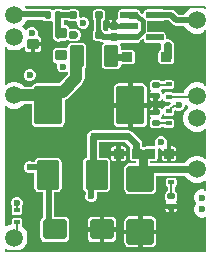
<source format=gtl>
G04*
G04 #@! TF.GenerationSoftware,Altium Limited,Altium Designer,22.11.1 (43)*
G04*
G04 Layer_Physical_Order=1*
G04 Layer_Color=255*
%FSLAX25Y25*%
%MOIN*%
G70*
G04*
G04 #@! TF.SameCoordinates,683A0FC4-7175-4C87-8096-D6AA43BD3DFC*
G04*
G04*
G04 #@! TF.FilePolarity,Positive*
G04*
G01*
G75*
%ADD12C,0.00787*%
%ADD15C,0.01968*%
%ADD16C,0.01575*%
G04:AMPARAMS|DCode=19|XSize=74.8mil|YSize=98.43mil|CornerRadius=7.48mil|HoleSize=0mil|Usage=FLASHONLY|Rotation=0.000|XOffset=0mil|YOffset=0mil|HoleType=Round|Shape=RoundedRectangle|*
%AMROUNDEDRECTD19*
21,1,0.07480,0.08346,0,0,0.0*
21,1,0.05984,0.09843,0,0,0.0*
1,1,0.01496,0.02992,-0.04173*
1,1,0.01496,-0.02992,-0.04173*
1,1,0.01496,-0.02992,0.04173*
1,1,0.01496,0.02992,0.04173*
%
%ADD19ROUNDEDRECTD19*%
G04:AMPARAMS|DCode=20|XSize=86.61mil|YSize=90.55mil|CornerRadius=8.66mil|HoleSize=0mil|Usage=FLASHONLY|Rotation=270.000|XOffset=0mil|YOffset=0mil|HoleType=Round|Shape=RoundedRectangle|*
%AMROUNDEDRECTD20*
21,1,0.08661,0.07323,0,0,270.0*
21,1,0.06929,0.09055,0,0,270.0*
1,1,0.01732,-0.03661,-0.03465*
1,1,0.01732,-0.03661,0.03465*
1,1,0.01732,0.03661,0.03465*
1,1,0.01732,0.03661,-0.03465*
%
%ADD20ROUNDEDRECTD20*%
G04:AMPARAMS|DCode=21|XSize=78.74mil|YSize=66.93mil|CornerRadius=6.69mil|HoleSize=0mil|Usage=FLASHONLY|Rotation=180.000|XOffset=0mil|YOffset=0mil|HoleType=Round|Shape=RoundedRectangle|*
%AMROUNDEDRECTD21*
21,1,0.07874,0.05354,0,0,180.0*
21,1,0.06535,0.06693,0,0,180.0*
1,1,0.01339,-0.03268,0.02677*
1,1,0.01339,0.03268,0.02677*
1,1,0.01339,0.03268,-0.02677*
1,1,0.01339,-0.03268,-0.02677*
%
%ADD21ROUNDEDRECTD21*%
G04:AMPARAMS|DCode=22|XSize=35.43mil|YSize=37.4mil|CornerRadius=3.54mil|HoleSize=0mil|Usage=FLASHONLY|Rotation=90.000|XOffset=0mil|YOffset=0mil|HoleType=Round|Shape=RoundedRectangle|*
%AMROUNDEDRECTD22*
21,1,0.03543,0.03032,0,0,90.0*
21,1,0.02835,0.03740,0,0,90.0*
1,1,0.00709,0.01516,0.01417*
1,1,0.00709,0.01516,-0.01417*
1,1,0.00709,-0.01516,-0.01417*
1,1,0.00709,-0.01516,0.01417*
%
%ADD22ROUNDEDRECTD22*%
G04:AMPARAMS|DCode=23|XSize=35.43mil|YSize=37.4mil|CornerRadius=3.54mil|HoleSize=0mil|Usage=FLASHONLY|Rotation=90.000|XOffset=0mil|YOffset=0mil|HoleType=Round|Shape=RoundedRectangle|*
%AMROUNDEDRECTD23*
21,1,0.03543,0.03032,0,0,90.0*
21,1,0.02835,0.03740,0,0,90.0*
1,1,0.00709,0.01516,0.01417*
1,1,0.00709,0.01516,-0.01417*
1,1,0.00709,-0.01516,-0.01417*
1,1,0.00709,-0.01516,0.01417*
%
%ADD23ROUNDEDRECTD23*%
G04:AMPARAMS|DCode=24|XSize=21.65mil|YSize=57.09mil|CornerRadius=2.17mil|HoleSize=0mil|Usage=FLASHONLY|Rotation=270.000|XOffset=0mil|YOffset=0mil|HoleType=Round|Shape=RoundedRectangle|*
%AMROUNDEDRECTD24*
21,1,0.02165,0.05276,0,0,270.0*
21,1,0.01732,0.05709,0,0,270.0*
1,1,0.00433,-0.02638,-0.00866*
1,1,0.00433,-0.02638,0.00866*
1,1,0.00433,0.02638,0.00866*
1,1,0.00433,0.02638,-0.00866*
%
%ADD24ROUNDEDRECTD24*%
G04:AMPARAMS|DCode=25|XSize=21.65mil|YSize=57.09mil|CornerRadius=2.17mil|HoleSize=0mil|Usage=FLASHONLY|Rotation=270.000|XOffset=0mil|YOffset=0mil|HoleType=Round|Shape=RoundedRectangle|*
%AMROUNDEDRECTD25*
21,1,0.02165,0.05276,0,0,270.0*
21,1,0.01732,0.05709,0,0,270.0*
1,1,0.00433,-0.02638,-0.00866*
1,1,0.00433,-0.02638,0.00866*
1,1,0.00433,0.02638,0.00866*
1,1,0.00433,0.02638,-0.00866*
%
%ADD25ROUNDEDRECTD25*%
G04:AMPARAMS|DCode=26|XSize=35.83mil|YSize=33.47mil|CornerRadius=3.35mil|HoleSize=0mil|Usage=FLASHONLY|Rotation=0.000|XOffset=0mil|YOffset=0mil|HoleType=Round|Shape=RoundedRectangle|*
%AMROUNDEDRECTD26*
21,1,0.03583,0.02677,0,0,0.0*
21,1,0.02913,0.03347,0,0,0.0*
1,1,0.00669,0.01457,-0.01339*
1,1,0.00669,-0.01457,-0.01339*
1,1,0.00669,-0.01457,0.01339*
1,1,0.00669,0.01457,0.01339*
%
%ADD26ROUNDEDRECTD26*%
G04:AMPARAMS|DCode=27|XSize=94.49mil|YSize=129.92mil|CornerRadius=9.45mil|HoleSize=0mil|Usage=FLASHONLY|Rotation=0.000|XOffset=0mil|YOffset=0mil|HoleType=Round|Shape=RoundedRectangle|*
%AMROUNDEDRECTD27*
21,1,0.09449,0.11102,0,0,0.0*
21,1,0.07559,0.12992,0,0,0.0*
1,1,0.01890,0.03780,-0.05551*
1,1,0.01890,-0.03780,-0.05551*
1,1,0.01890,-0.03780,0.05551*
1,1,0.01890,0.03780,0.05551*
%
%ADD27ROUNDEDRECTD27*%
G04:AMPARAMS|DCode=28|XSize=70.87mil|YSize=45.28mil|CornerRadius=4.53mil|HoleSize=0mil|Usage=FLASHONLY|Rotation=90.000|XOffset=0mil|YOffset=0mil|HoleType=Round|Shape=RoundedRectangle|*
%AMROUNDEDRECTD28*
21,1,0.07087,0.03622,0,0,90.0*
21,1,0.06181,0.04528,0,0,90.0*
1,1,0.00906,0.01811,0.03091*
1,1,0.00906,0.01811,-0.03091*
1,1,0.00906,-0.01811,-0.03091*
1,1,0.00906,-0.01811,0.03091*
%
%ADD28ROUNDEDRECTD28*%
G04:AMPARAMS|DCode=29|XSize=33.47mil|YSize=33.47mil|CornerRadius=3.35mil|HoleSize=0mil|Usage=FLASHONLY|Rotation=0.000|XOffset=0mil|YOffset=0mil|HoleType=Round|Shape=RoundedRectangle|*
%AMROUNDEDRECTD29*
21,1,0.03347,0.02677,0,0,0.0*
21,1,0.02677,0.03347,0,0,0.0*
1,1,0.00669,0.01339,-0.01339*
1,1,0.00669,-0.01339,-0.01339*
1,1,0.00669,-0.01339,0.01339*
1,1,0.00669,0.01339,0.01339*
%
%ADD29ROUNDEDRECTD29*%
G04:AMPARAMS|DCode=30|XSize=15.75mil|YSize=19.68mil|CornerRadius=1.58mil|HoleSize=0mil|Usage=FLASHONLY|Rotation=270.000|XOffset=0mil|YOffset=0mil|HoleType=Round|Shape=RoundedRectangle|*
%AMROUNDEDRECTD30*
21,1,0.01575,0.01654,0,0,270.0*
21,1,0.01260,0.01968,0,0,270.0*
1,1,0.00315,-0.00827,-0.00630*
1,1,0.00315,-0.00827,0.00630*
1,1,0.00315,0.00827,0.00630*
1,1,0.00315,0.00827,-0.00630*
%
%ADD30ROUNDEDRECTD30*%
G04:AMPARAMS|DCode=31|XSize=23.62mil|YSize=23.62mil|CornerRadius=2.36mil|HoleSize=0mil|Usage=FLASHONLY|Rotation=90.000|XOffset=0mil|YOffset=0mil|HoleType=Round|Shape=RoundedRectangle|*
%AMROUNDEDRECTD31*
21,1,0.02362,0.01890,0,0,90.0*
21,1,0.01890,0.02362,0,0,90.0*
1,1,0.00472,0.00945,0.00945*
1,1,0.00472,0.00945,-0.00945*
1,1,0.00472,-0.00945,-0.00945*
1,1,0.00472,-0.00945,0.00945*
%
%ADD31ROUNDEDRECTD31*%
G04:AMPARAMS|DCode=32|XSize=19.68mil|YSize=23.62mil|CornerRadius=1.97mil|HoleSize=0mil|Usage=FLASHONLY|Rotation=0.000|XOffset=0mil|YOffset=0mil|HoleType=Round|Shape=RoundedRectangle|*
%AMROUNDEDRECTD32*
21,1,0.01968,0.01968,0,0,0.0*
21,1,0.01575,0.02362,0,0,0.0*
1,1,0.00394,0.00787,-0.00984*
1,1,0.00394,-0.00787,-0.00984*
1,1,0.00394,-0.00787,0.00984*
1,1,0.00394,0.00787,0.00984*
%
%ADD32ROUNDEDRECTD32*%
G04:AMPARAMS|DCode=33|XSize=19.68mil|YSize=23.62mil|CornerRadius=1.97mil|HoleSize=0mil|Usage=FLASHONLY|Rotation=270.000|XOffset=0mil|YOffset=0mil|HoleType=Round|Shape=RoundedRectangle|*
%AMROUNDEDRECTD33*
21,1,0.01968,0.01968,0,0,270.0*
21,1,0.01575,0.02362,0,0,270.0*
1,1,0.00394,-0.00984,-0.00787*
1,1,0.00394,-0.00984,0.00787*
1,1,0.00394,0.00984,0.00787*
1,1,0.00394,0.00984,-0.00787*
%
%ADD33ROUNDEDRECTD33*%
%ADD51O,0.00787X0.05906*%
%ADD52O,0.00787X0.03937*%
%ADD53O,0.00787X0.40158*%
%ADD54O,0.66929X0.00787*%
%ADD55O,0.00787X0.18898*%
%ADD56O,0.00787X0.10236*%
%ADD57O,0.00787X0.12992*%
%ADD58O,0.60630X0.00787*%
%ADD59O,0.00787X0.01181*%
%ADD60C,0.02362*%
%ADD61C,0.03150*%
%ADD62C,0.03937*%
%ADD63C,0.02756*%
%ADD64C,0.02362*%
%ADD65C,0.05906*%
G36*
X62081Y81299D02*
X61196Y80788D01*
X60353Y79945D01*
X59791Y78972D01*
X57833D01*
X56590Y80214D01*
X56004Y80606D01*
X55313Y80743D01*
X52933D01*
X52925Y80749D01*
X52533Y80827D01*
X47257D01*
X46866Y80749D01*
X46534Y80527D01*
X46312Y80195D01*
X46234Y79803D01*
Y79473D01*
X45688Y79247D01*
X45158Y79777D01*
X45088Y79824D01*
X45014Y80195D01*
X44792Y80527D01*
X44460Y80749D01*
X44068Y80827D01*
X38793D01*
X38401Y80749D01*
X38069Y80527D01*
X37847Y80195D01*
X37769Y79803D01*
Y78071D01*
X37800Y77914D01*
X37401Y77446D01*
X37343Y77416D01*
X37257Y77433D01*
X37100D01*
Y75444D01*
X36313D01*
Y74657D01*
X34324D01*
Y74499D01*
X34403Y74100D01*
X34087Y73510D01*
X33435D01*
X33212Y73733D01*
X33208Y73753D01*
X32982Y74092D01*
X32714Y74271D01*
Y76945D01*
X32982Y77124D01*
X33208Y77462D01*
X33288Y77861D01*
Y79751D01*
X33208Y80151D01*
X32982Y80489D01*
X32643Y80716D01*
X32244Y80795D01*
X30354D01*
X29955Y80716D01*
X29616Y80489D01*
X29390Y80151D01*
X29311Y79751D01*
Y77861D01*
X29390Y77462D01*
X29503Y77293D01*
Y73922D01*
X29390Y73753D01*
X29311Y73354D01*
Y71464D01*
X29390Y71065D01*
X29616Y70726D01*
X29955Y70500D01*
X30354Y70420D01*
X31419D01*
X31995Y70035D01*
X32686Y69898D01*
X32724D01*
X32903Y69307D01*
X32756Y69208D01*
X32481Y68798D01*
X32385Y68314D01*
Y62133D01*
X32481Y61649D01*
X32756Y61239D01*
X33166Y60965D01*
X33650Y60869D01*
X37272D01*
X37756Y60965D01*
X38166Y61239D01*
X38440Y61649D01*
X38521Y62057D01*
X38603Y62173D01*
X39127Y62487D01*
X39298Y62453D01*
X42211D01*
X42649Y62540D01*
X43020Y62788D01*
X43268Y63159D01*
X43355Y63597D01*
Y66274D01*
X43268Y66712D01*
X43020Y67083D01*
X42649Y67331D01*
X42211Y67418D01*
X39298D01*
X39127Y67384D01*
X38536Y67771D01*
Y68314D01*
X38440Y68798D01*
X38248Y69085D01*
X38254Y69119D01*
X38507Y69569D01*
X38550Y69615D01*
X38793Y69567D01*
X44068D01*
X44460Y69645D01*
X44792Y69867D01*
X45014Y70199D01*
X45071Y70483D01*
X45271Y70617D01*
X45688Y71034D01*
X46234Y70808D01*
Y70591D01*
X46312Y70199D01*
X46534Y69867D01*
X46866Y69645D01*
X47257Y69567D01*
X51653D01*
X52027Y69110D01*
X51952Y68732D01*
Y67351D01*
X51852Y67331D01*
X51481Y67083D01*
X51233Y66712D01*
X51146Y66274D01*
Y63597D01*
X51233Y63159D01*
X51481Y62788D01*
X51852Y62540D01*
X52290Y62453D01*
X55203D01*
X55641Y62540D01*
X56012Y62788D01*
X56260Y63159D01*
X56347Y63597D01*
Y64853D01*
X56368Y64955D01*
Y68732D01*
X56200Y69577D01*
X55721Y70293D01*
X55005Y70772D01*
X54160Y70940D01*
X54013Y70911D01*
X53557Y71285D01*
Y72323D01*
X53479Y72715D01*
X53257Y73047D01*
X52925Y73269D01*
X52533Y73347D01*
X47572D01*
X47465Y73477D01*
Y76805D01*
X47465Y76805D01*
X47664Y77047D01*
X52533D01*
X52925Y77125D01*
X52933Y77131D01*
X54565D01*
X55807Y75888D01*
X56393Y75497D01*
X57085Y75359D01*
X59791D01*
X60353Y74385D01*
X61196Y73542D01*
X62229Y72946D01*
X63380Y72638D01*
X64572D01*
X65724Y72946D01*
X66339Y73301D01*
X66929Y72960D01*
Y56174D01*
X66339Y55833D01*
X65724Y56187D01*
X64572Y56496D01*
X63380D01*
X62229Y56187D01*
X61196Y55591D01*
X60353Y54748D01*
X59757Y53716D01*
X59520Y52831D01*
X56127D01*
X56032Y52973D01*
X55719Y53182D01*
X55351Y53255D01*
X53697D01*
X53329Y53182D01*
X53016Y52973D01*
X52845Y52716D01*
X52803Y52714D01*
X52254Y52843D01*
X52178Y53227D01*
X51960Y53552D01*
Y53944D01*
X52409Y54444D01*
X53077D01*
X53329Y54276D01*
X53697Y54202D01*
X55351D01*
X55719Y54276D01*
X56032Y54484D01*
X56241Y54797D01*
X56314Y55166D01*
Y56425D01*
X56241Y56794D01*
X56032Y57107D01*
X55719Y57315D01*
X55351Y57389D01*
X53697D01*
X53329Y57315D01*
X53016Y57107D01*
X52846Y56852D01*
X52123D01*
X51960Y57096D01*
X51635Y57313D01*
X51251Y57390D01*
X49282D01*
X48898Y57313D01*
X48572Y57096D01*
X48355Y56770D01*
X48279Y56386D01*
Y54811D01*
X48355Y54427D01*
X48572Y54102D01*
Y53552D01*
X48355Y53227D01*
X48279Y52843D01*
D01*
X50266D01*
Y52055D01*
X51054D01*
Y50264D01*
X51251D01*
X51635Y50341D01*
X51960Y50558D01*
X52165Y50865D01*
X52253Y50879D01*
X52772Y50842D01*
X52807Y50663D01*
X53016Y50350D01*
X53329Y50142D01*
X53697Y50068D01*
X55137D01*
X55143Y50062D01*
X55350Y49478D01*
X54414Y48542D01*
X53697D01*
X53329Y48469D01*
X53016Y48260D01*
X52807Y47947D01*
X52772Y47768D01*
X52253Y47732D01*
X52165Y47746D01*
X51960Y48052D01*
X51635Y48270D01*
X51251Y48346D01*
X51054D01*
Y46555D01*
X50266D01*
Y45768D01*
X48279D01*
X48355Y45384D01*
X48572Y45058D01*
Y44509D01*
X48355Y44183D01*
X48279Y43799D01*
Y42224D01*
X48355Y41840D01*
X48572Y41515D01*
X48898Y41297D01*
X49282Y41221D01*
X51251D01*
X51635Y41297D01*
X51960Y41515D01*
X52090Y41709D01*
X52879D01*
X53016Y41504D01*
X53329Y41295D01*
X53697Y41222D01*
X55351D01*
X55719Y41295D01*
X56032Y41504D01*
X56241Y41816D01*
X56314Y42185D01*
Y43445D01*
X56241Y43813D01*
X56032Y44126D01*
X55719Y44335D01*
X55351Y44408D01*
X53697D01*
X53329Y44335D01*
X53016Y44126D01*
X53010Y44118D01*
X52191D01*
X52178Y44183D01*
X51960Y44509D01*
Y45058D01*
X52178Y45384D01*
X52254Y45768D01*
X52803Y45897D01*
X52845Y45894D01*
X53016Y45638D01*
X53329Y45429D01*
X53697Y45355D01*
X55351D01*
X55719Y45429D01*
X56032Y45638D01*
X56241Y45950D01*
X56314Y46319D01*
Y46957D01*
X56643Y47245D01*
X56779Y47339D01*
X57482Y47047D01*
X58266D01*
X58989Y47347D01*
X59543Y47901D01*
X59842Y48624D01*
Y48893D01*
X60109Y49047D01*
X60433Y49109D01*
X60913Y48629D01*
X61132Y48228D01*
X60913Y47827D01*
X60353Y47268D01*
X59757Y46236D01*
X59449Y45084D01*
Y43892D01*
X59757Y42741D01*
X60353Y41708D01*
X61196Y40865D01*
X62229Y40269D01*
X63380Y39961D01*
X64572D01*
X65724Y40269D01*
X66339Y40624D01*
X66929Y40283D01*
Y31764D01*
X66339Y31423D01*
X65724Y31778D01*
X64572Y32087D01*
X63380D01*
X62229Y31778D01*
X61196Y31182D01*
X60353Y30339D01*
X59846Y29461D01*
X49025D01*
X48740Y29517D01*
X48398D01*
Y30195D01*
X49764D01*
X50202Y30282D01*
X50573Y30530D01*
X50821Y30901D01*
X50908Y31339D01*
Y34016D01*
X50870Y34209D01*
X51345Y34651D01*
X51633Y34532D01*
X51664D01*
X52163Y34016D01*
Y33465D01*
X53858D01*
Y35730D01*
X53844Y35750D01*
X53993Y36109D01*
Y36892D01*
X53693Y37615D01*
X53139Y38169D01*
X52416Y38469D01*
X51633D01*
X50909Y38169D01*
X50355Y37615D01*
X50056Y36892D01*
Y36109D01*
X50238Y35667D01*
X49820Y35149D01*
X49764Y35160D01*
X47087D01*
X46714Y35086D01*
X45766D01*
X45761Y35087D01*
Y35813D01*
X45608Y36581D01*
X45173Y37232D01*
X42403Y40002D01*
X41752Y40437D01*
X40984Y40590D01*
X29550D01*
X29240Y40528D01*
X29135D01*
X29038Y40488D01*
X28782Y40437D01*
X28564Y40292D01*
X28412Y40228D01*
X28295Y40112D01*
X28130Y40002D01*
X27907Y39779D01*
X27472Y39127D01*
X27319Y38359D01*
Y31289D01*
X26921Y31210D01*
X26413Y30871D01*
X26073Y30363D01*
X25954Y29764D01*
Y21417D01*
X26073Y20818D01*
X26413Y20310D01*
X26921Y19971D01*
X26934Y19968D01*
Y19287D01*
X26772Y18895D01*
Y18112D01*
X27071Y17389D01*
X27625Y16835D01*
X28349Y16535D01*
X29132D01*
X29855Y16835D01*
X30409Y17389D01*
X30709Y18112D01*
Y18895D01*
X30547Y19287D01*
Y19852D01*
X33504D01*
X34103Y19971D01*
X34611Y20310D01*
X34950Y20818D01*
X35069Y21417D01*
Y29764D01*
X34950Y30363D01*
X34611Y30871D01*
X34103Y31210D01*
X33504Y31329D01*
X31334D01*
Y36576D01*
X40153D01*
X41747Y34982D01*
Y34584D01*
X41660Y34454D01*
X41572Y34016D01*
Y31339D01*
X41660Y30901D01*
X41908Y30530D01*
X42279Y30282D01*
X42717Y30195D01*
X43581D01*
Y29517D01*
X41417D01*
X40772Y29389D01*
X40225Y29024D01*
X39860Y28477D01*
X39731Y27831D01*
Y20902D01*
X39860Y20257D01*
X40225Y19710D01*
X40772Y19345D01*
X41417Y19216D01*
X48740D01*
X49385Y19345D01*
X49932Y19710D01*
X50298Y20257D01*
X50426Y20902D01*
Y25447D01*
X59968D01*
X60353Y24779D01*
X61196Y23936D01*
X62229Y23340D01*
X63380Y23031D01*
X64572D01*
X65724Y23340D01*
X66339Y23695D01*
X66929Y23354D01*
Y21258D01*
X66339Y20805D01*
X66111Y20866D01*
X65385D01*
X64684Y20678D01*
X64056Y20315D01*
X63543Y19802D01*
X63180Y19174D01*
X62992Y18473D01*
Y17747D01*
X63180Y17047D01*
X63543Y16418D01*
X63819Y16142D01*
X63543Y15865D01*
X63180Y15237D01*
X62992Y14536D01*
Y13810D01*
X63180Y13110D01*
X63543Y12481D01*
X64056Y11968D01*
X64684Y11605D01*
X65385Y11417D01*
X66111D01*
X66339Y11478D01*
X66929Y11025D01*
Y0D01*
X5006D01*
X4848Y591D01*
X5733Y1101D01*
X6576Y1944D01*
X7172Y2977D01*
X7480Y4128D01*
Y5320D01*
X7172Y6472D01*
X6576Y7504D01*
X5733Y8347D01*
X5644Y8727D01*
X5686Y8789D01*
X5759Y9158D01*
Y10418D01*
X5686Y10786D01*
X5477Y11099D01*
X5164Y11308D01*
X4795Y11381D01*
X3142D01*
X2773Y11308D01*
X2461Y11099D01*
X2252Y10786D01*
X2179Y10418D01*
Y9204D01*
X1205Y8943D01*
X591Y8589D01*
X0Y8929D01*
Y47960D01*
X591Y48301D01*
X1205Y47946D01*
X2357Y47638D01*
X3549D01*
X4700Y47946D01*
X5733Y48542D01*
X6576Y49385D01*
X6576Y49386D01*
X8844D01*
Y43268D01*
X8979Y42592D01*
X9361Y42019D01*
X9934Y41636D01*
X10610Y41502D01*
X18169D01*
X18845Y41636D01*
X19418Y42019D01*
X19801Y42592D01*
X19936Y43268D01*
Y50681D01*
X20560Y50939D01*
X21136Y51381D01*
X25714Y55959D01*
X26155Y56534D01*
X26433Y57205D01*
X26528Y57924D01*
Y61092D01*
X26748Y61239D01*
X27023Y61649D01*
X27119Y62133D01*
Y68314D01*
X27023Y68798D01*
X26748Y69208D01*
X26338Y69482D01*
X25854Y69579D01*
X22232D01*
X21748Y69482D01*
X21338Y69208D01*
X21064Y68798D01*
X20991Y68431D01*
X20843Y68287D01*
X20718Y68201D01*
X20377Y68046D01*
X20112Y68099D01*
X17080D01*
X16635Y68010D01*
X16257Y67758D01*
X16005Y67380D01*
X15916Y66935D01*
Y64100D01*
X16005Y63655D01*
X16257Y63277D01*
X16635Y63025D01*
X17080Y62936D01*
X17094D01*
X17489Y62346D01*
X17415Y62169D01*
Y61386D01*
X17715Y60663D01*
X18269Y60109D01*
X18992Y59809D01*
X19775D01*
X20378Y60058D01*
X20968Y59807D01*
Y59076D01*
X18029Y56136D01*
X10610D01*
X9934Y56002D01*
X9361Y55619D01*
X8979Y55046D01*
X8958Y54945D01*
X6576D01*
X6576Y54945D01*
X5733Y55788D01*
X4700Y56384D01*
X3549Y56693D01*
X2357D01*
X1205Y56384D01*
X591Y56029D01*
X0Y56371D01*
Y67448D01*
X591Y67789D01*
X1205Y67435D01*
X2357Y67126D01*
X3549D01*
X4700Y67435D01*
X5733Y68031D01*
X6074Y68372D01*
X6664Y68127D01*
Y67840D01*
X6753Y67395D01*
X7005Y67017D01*
X7383Y66765D01*
X7828Y66676D01*
X8557D01*
Y69258D01*
X9344D01*
Y70045D01*
X12024D01*
Y70675D01*
X11935Y71121D01*
X11683Y71498D01*
X11305Y71751D01*
X11288Y71754D01*
X10919Y72407D01*
X11001Y72606D01*
Y73390D01*
X10702Y74113D01*
X10148Y74667D01*
X9425Y74967D01*
X8641D01*
X7918Y74667D01*
X7414Y74163D01*
X7097Y74096D01*
X6783Y74075D01*
X6576Y74433D01*
X6106Y74904D01*
X5750Y75295D01*
X6106Y75687D01*
X6576Y76157D01*
X7172Y77189D01*
X7209Y77328D01*
X12712D01*
X12768Y77243D01*
X13094Y77026D01*
X13478Y76949D01*
X15053D01*
X15412Y77021D01*
X15441Y77023D01*
X16002Y76693D01*
Y74848D01*
X15916Y74415D01*
Y71581D01*
X16005Y71135D01*
X16257Y70758D01*
X16489Y70602D01*
X16531Y70540D01*
X17117Y70148D01*
X17809Y70011D01*
X18500Y70148D01*
X18902Y70417D01*
X20112D01*
X20557Y70505D01*
X20903Y70736D01*
X20955Y70726D01*
X21294Y70500D01*
X21693Y70420D01*
X22632D01*
X23013Y70262D01*
X23796D01*
X24520Y70562D01*
X25074Y71116D01*
X25373Y71839D01*
Y72622D01*
X25074Y73346D01*
X24520Y73900D01*
X24422Y73940D01*
X24321Y74092D01*
X23982Y74318D01*
X23583Y74397D01*
X21693D01*
X21276Y74415D01*
X21187Y74861D01*
X20935Y75239D01*
X20557Y75491D01*
X20112Y75579D01*
X19615D01*
Y77131D01*
X20950D01*
X20955Y77124D01*
X21294Y76897D01*
X21693Y76818D01*
X23540D01*
X23601Y76800D01*
X24086Y76316D01*
Y75871D01*
X24386Y75147D01*
X24939Y74594D01*
X25663Y74294D01*
X26446D01*
X27169Y74594D01*
X27723Y75147D01*
X28023Y75871D01*
Y76654D01*
X27723Y77378D01*
X27169Y77931D01*
X26446Y78231D01*
X25663D01*
X25217Y78046D01*
X24629Y78389D01*
X24626Y78392D01*
Y79751D01*
X24547Y80151D01*
X24321Y80489D01*
X23982Y80716D01*
X23583Y80795D01*
X21693D01*
X21433Y80743D01*
X19137D01*
X18980Y80848D01*
X18596Y80925D01*
X17021D01*
X16637Y80848D01*
X16312Y80631D01*
X15762D01*
X15437Y80848D01*
X15053Y80925D01*
X14343D01*
X14265Y80940D01*
X7245D01*
X7000Y81364D01*
X7304Y81890D01*
X61923D01*
X62081Y81299D01*
D02*
G37*
%LPC*%
G36*
X35525Y77433D02*
X35368D01*
X34968Y77353D01*
X34630Y77127D01*
X34403Y76789D01*
X34324Y76389D01*
Y76232D01*
X35525D01*
Y77433D01*
D02*
G37*
G36*
X12024Y68471D02*
X10131D01*
Y66676D01*
X10860D01*
X11305Y66765D01*
X11683Y67017D01*
X11935Y67395D01*
X12024Y67840D01*
Y68471D01*
D02*
G37*
G36*
X8659Y60830D02*
X7876D01*
X7153Y60530D01*
X6599Y59976D01*
X6299Y59253D01*
Y58469D01*
X6599Y57746D01*
X7153Y57192D01*
X7876Y56893D01*
X8659D01*
X9383Y57192D01*
X9937Y57746D01*
X10236Y58469D01*
Y59253D01*
X9937Y59976D01*
X9383Y60530D01*
X8659Y60830D01*
D02*
G37*
G36*
X49479Y51268D02*
X48279D01*
X48355Y50884D01*
X48572Y50558D01*
X48898Y50341D01*
X49282Y50264D01*
X49479D01*
Y51268D01*
D02*
G37*
G36*
X45531Y56136D02*
X42539D01*
Y49606D01*
X47298D01*
Y54370D01*
X47163Y55046D01*
X46780Y55619D01*
X46207Y56002D01*
X45531Y56136D01*
D02*
G37*
G36*
X40965D02*
X37972D01*
X37297Y56002D01*
X36724Y55619D01*
X36341Y55046D01*
X36206Y54370D01*
Y49606D01*
X40965D01*
Y56136D01*
D02*
G37*
G36*
X49479Y48346D02*
X49282D01*
X48898Y48270D01*
X48572Y48052D01*
X48355Y47727D01*
X48279Y47343D01*
D01*
X49479D01*
Y48346D01*
D02*
G37*
G36*
X47298Y48031D02*
X42539D01*
Y41502D01*
X45531D01*
X46207Y41636D01*
X46780Y42019D01*
X47163Y42592D01*
X47298Y43268D01*
Y48031D01*
D02*
G37*
G36*
X40965D02*
X36206D01*
Y43268D01*
X36341Y42592D01*
X36724Y42019D01*
X37297Y41636D01*
X37972Y41502D01*
X40965D01*
Y48031D01*
D02*
G37*
G36*
X39173Y35160D02*
X38622D01*
Y33465D01*
X40317D01*
Y34016D01*
X40230Y34454D01*
X39982Y34825D01*
X39611Y35073D01*
X39173Y35160D01*
D02*
G37*
G36*
X55984D02*
X55433D01*
Y33465D01*
X57128D01*
Y34016D01*
X57041Y34454D01*
X56793Y34825D01*
X56422Y35073D01*
X55984Y35160D01*
D02*
G37*
G36*
X37047D02*
X36496D01*
X36058Y35073D01*
X35687Y34825D01*
X35439Y34454D01*
X35352Y34016D01*
Y33465D01*
X37047D01*
Y35160D01*
D02*
G37*
G36*
X57128Y31890D02*
X55433D01*
Y30195D01*
X55984D01*
X56422Y30282D01*
X56793Y30530D01*
X57041Y30901D01*
X57128Y31339D01*
Y31890D01*
D02*
G37*
G36*
X53858D02*
X52163D01*
Y31339D01*
X52250Y30901D01*
X52498Y30530D01*
X52869Y30282D01*
X53307Y30195D01*
X53858D01*
Y31890D01*
D02*
G37*
G36*
X40317D02*
X38622D01*
Y30195D01*
X39173D01*
X39611Y30282D01*
X39982Y30530D01*
X40230Y30901D01*
X40317Y31339D01*
Y31890D01*
D02*
G37*
G36*
X37047D02*
X35352D01*
Y31339D01*
X35439Y30901D01*
X35687Y30530D01*
X36058Y30282D01*
X36496Y30195D01*
X37047D01*
Y31890D01*
D02*
G37*
G36*
X17362Y31329D02*
X11378D01*
X10779Y31210D01*
X10271Y30871D01*
X9932Y30363D01*
X9851Y29958D01*
X9051D01*
X8659Y30120D01*
X7876D01*
X7153Y29820D01*
X6599Y29266D01*
X6299Y28543D01*
Y27760D01*
X6599Y27036D01*
X7153Y26482D01*
X7876Y26183D01*
X8659D01*
X9051Y26345D01*
X9812D01*
Y21417D01*
X9932Y20818D01*
X10271Y20310D01*
X10779Y19971D01*
X11378Y19852D01*
X12713D01*
Y11532D01*
X12699Y11530D01*
X12218Y11208D01*
X11896Y10726D01*
X11783Y10158D01*
Y4803D01*
X11896Y4235D01*
X12218Y3753D01*
X12699Y3431D01*
X13268Y3318D01*
X19803D01*
X20371Y3431D01*
X20853Y3753D01*
X21175Y4235D01*
X21288Y4803D01*
Y10158D01*
X21175Y10726D01*
X20853Y11208D01*
X20371Y11530D01*
X19803Y11643D01*
X16326D01*
Y19852D01*
X17362D01*
X17961Y19971D01*
X18469Y20310D01*
X18809Y20818D01*
X18928Y21417D01*
Y29764D01*
X18809Y30363D01*
X18469Y30871D01*
X17961Y31210D01*
X17362Y31329D01*
D02*
G37*
G36*
X56243Y24759D02*
X54590D01*
X54221Y24686D01*
X53908Y24477D01*
X53700Y24165D01*
X53626Y23796D01*
Y22536D01*
X53700Y22167D01*
X53908Y21855D01*
X54212Y21652D01*
Y20290D01*
X54048Y20257D01*
X53723Y20040D01*
X53505Y19714D01*
X53429Y19330D01*
Y17755D01*
X53505Y17371D01*
X53723Y17046D01*
Y16496D01*
X53505Y16171D01*
X53429Y15787D01*
D01*
X55416D01*
X57404D01*
X57328Y16171D01*
X57110Y16496D01*
Y17046D01*
X57328Y17371D01*
X57404Y17755D01*
Y19330D01*
X57328Y19714D01*
X57110Y20040D01*
X56785Y20257D01*
X56621Y20290D01*
Y21652D01*
X56924Y21855D01*
X57133Y22167D01*
X57207Y22536D01*
Y23796D01*
X57133Y24165D01*
X56924Y24477D01*
X56612Y24686D01*
X56243Y24759D01*
D02*
G37*
G36*
X57404Y14212D02*
X56204D01*
Y13208D01*
X56401D01*
X56785Y13285D01*
X57110Y13502D01*
X57328Y13828D01*
X57404Y14212D01*
D01*
D02*
G37*
G36*
X54629D02*
X53429D01*
X53505Y13828D01*
X53723Y13502D01*
X54048Y13285D01*
X54432Y13208D01*
X54629D01*
Y14212D01*
D02*
G37*
G36*
X4329Y18300D02*
X3545D01*
X2822Y18000D01*
X2268Y17447D01*
X1969Y16723D01*
Y15940D01*
X2268Y15217D01*
X2377Y15108D01*
X2252Y14920D01*
X2179Y14552D01*
Y13292D01*
X2252Y12923D01*
X2461Y12610D01*
X2773Y12402D01*
X3142Y12328D01*
X4795D01*
X5164Y12402D01*
X5477Y12610D01*
X5686Y12923D01*
X5759Y13292D01*
Y14552D01*
X5686Y14920D01*
X5535Y15146D01*
X5606Y15217D01*
X5906Y15940D01*
Y16723D01*
X5606Y17447D01*
X5052Y18000D01*
X4329Y18300D01*
D02*
G37*
G36*
X35551Y11643D02*
X33071D01*
Y8268D01*
X37036D01*
Y10158D01*
X36923Y10726D01*
X36601Y11208D01*
X36120Y11530D01*
X35551Y11643D01*
D02*
G37*
G36*
X31496D02*
X29016D01*
X28447Y11530D01*
X27966Y11208D01*
X27644Y10726D01*
X27531Y10158D01*
Y8268D01*
X31496D01*
Y11643D01*
D02*
G37*
G36*
X48740Y11801D02*
X45866D01*
Y7438D01*
X50426D01*
Y10115D01*
X50298Y10760D01*
X49932Y11307D01*
X49385Y11672D01*
X48740Y11801D01*
D02*
G37*
G36*
X44291D02*
X41417D01*
X40772Y11672D01*
X40225Y11307D01*
X39860Y10760D01*
X39731Y10115D01*
Y7438D01*
X44291D01*
Y11801D01*
D02*
G37*
G36*
X37036Y6693D02*
X33071D01*
Y3318D01*
X35551D01*
X36120Y3431D01*
X36601Y3753D01*
X36923Y4235D01*
X37036Y4803D01*
Y6693D01*
D02*
G37*
G36*
X31496D02*
X27531D01*
Y4803D01*
X27644Y4235D01*
X27966Y3753D01*
X28447Y3431D01*
X29016Y3318D01*
X31496D01*
Y6693D01*
D02*
G37*
G36*
X50426Y5863D02*
X45866D01*
Y1500D01*
X48740D01*
X49385Y1628D01*
X49932Y1994D01*
X50298Y2541D01*
X50426Y3186D01*
Y5863D01*
D02*
G37*
G36*
X44291D02*
X39731D01*
Y3186D01*
X39860Y2541D01*
X40225Y1994D01*
X40772Y1628D01*
X41417Y1500D01*
X44291D01*
Y5863D01*
D02*
G37*
%LPD*%
D12*
X56349Y48774D02*
X57633D01*
X57874Y49016D01*
X54524Y46949D02*
X54721D01*
X55115Y47343D01*
Y47539D01*
X56349Y48774D01*
X54559Y51626D02*
X64567D01*
X3953Y4642D02*
Y9772D01*
X50365Y42913D02*
X54426D01*
X54524Y42815D01*
X50266Y43012D02*
X50365Y42913D01*
X50414Y55648D02*
X54376D01*
X3937Y16332D02*
X3953Y16316D01*
Y13938D02*
Y16316D01*
Y13938D02*
X3969Y13922D01*
X55416Y18543D02*
Y23166D01*
Y27300D02*
X55515Y27398D01*
X3953Y9772D02*
X3969Y9788D01*
X3937Y4626D02*
X3953Y4642D01*
D15*
X55313Y78937D02*
X57085Y77165D01*
X63976D01*
X49895Y78937D02*
X55313D01*
X11810Y28151D02*
X14370Y25591D01*
X8268Y28151D02*
X11810D01*
X14519Y8533D02*
Y21898D01*
X13190Y23227D02*
X14519Y21898D01*
X3740Y79134D02*
X14265D01*
X28740Y18504D02*
Y23819D01*
X14265Y78937D02*
Y79134D01*
X17809Y71817D02*
Y78937D01*
X22402D01*
X36313Y71507D02*
X36338Y71482D01*
X41405D01*
X41431Y71457D01*
X36116Y71704D02*
X36313Y71507D01*
X31194Y73196D02*
X32686Y71704D01*
X35328D01*
D16*
X23227Y72409D02*
X23405Y72231D01*
X22533Y72409D02*
X23227D01*
X31108Y73282D02*
X31194Y73196D01*
X31108Y73282D02*
Y78720D01*
X31194Y78806D01*
X36436Y75321D02*
X41307D01*
X36313Y75444D02*
X36436Y75321D01*
X41307D02*
X41431Y75197D01*
X44135Y71752D02*
X45860Y73476D01*
X41726Y71752D02*
X44135D01*
X45860Y73476D02*
Y76805D01*
X41431Y71457D02*
X41726Y71752D01*
X44023Y78642D02*
X45860Y76805D01*
X41431Y78937D02*
X41726Y78642D01*
X44023D01*
D19*
X30512Y25591D02*
D03*
X14370D02*
D03*
D20*
X45079Y6650D02*
D03*
Y24367D02*
D03*
D21*
X32283Y7480D02*
D03*
X16535D02*
D03*
D22*
X9344Y69258D02*
D03*
X18596Y65518D02*
D03*
D23*
X18596Y72998D02*
D03*
D24*
X41431Y78937D02*
D03*
D25*
X41431Y75197D02*
D03*
Y71457D02*
D03*
X49895D02*
D03*
Y78937D02*
D03*
D26*
X53747Y64936D02*
D03*
X40755D02*
D03*
D27*
X14390Y48819D02*
D03*
X41752D02*
D03*
D28*
X35461Y65224D02*
D03*
X24043D02*
D03*
D29*
X54646Y32677D02*
D03*
X48425D02*
D03*
X44055D02*
D03*
X37835D02*
D03*
D30*
X3969Y9788D02*
D03*
Y13922D02*
D03*
X54524Y51662D02*
D03*
Y55796D02*
D03*
Y46949D02*
D03*
Y42815D02*
D03*
X55416Y27300D02*
D03*
Y23166D02*
D03*
D31*
X36313Y71507D02*
D03*
Y75444D02*
D03*
X22638Y72409D02*
D03*
X31299D02*
D03*
X22638Y78806D02*
D03*
X31299D02*
D03*
D32*
X14265Y78937D02*
D03*
X17809D02*
D03*
D33*
X50266Y55599D02*
D03*
Y52055D02*
D03*
Y46555D02*
D03*
Y43012D02*
D03*
X55416Y14999D02*
D03*
Y18543D02*
D03*
D51*
X66535Y9055D02*
D03*
D52*
Y22047D02*
D03*
D53*
X394Y28543D02*
D03*
D54*
X33465Y394D02*
D03*
D55*
X66535Y64764D02*
D03*
D56*
Y35827D02*
D03*
D57*
X394Y62008D02*
D03*
D58*
X36614Y81496D02*
D03*
D59*
X394Y591D02*
D03*
X66535Y81299D02*
D03*
D60*
X47378Y27454D02*
X63871D01*
X63976Y27559D01*
X29326Y26776D02*
Y38359D01*
X29550Y38583D01*
X40984D01*
X43754Y32978D02*
Y35813D01*
Y32978D02*
X44055Y32677D01*
X40984Y38583D02*
X43754Y35813D01*
X29326Y26776D02*
X30512Y25591D01*
X35461Y65224D02*
X35605Y65080D01*
X41004D02*
X41148Y64936D01*
X35605Y65080D02*
X41004D01*
D61*
X45990Y25278D02*
Y32677D01*
X47638D01*
X44703D02*
X45990D01*
X45079Y24367D02*
X45990Y25278D01*
D62*
X14643Y50844D02*
X17146Y53347D01*
X19170D02*
X23748Y57924D01*
Y63649D01*
X17146Y53347D02*
X19170D01*
X14643Y48819D02*
Y50844D01*
X2953Y52165D02*
X11634D01*
X14390Y48819D02*
Y49409D01*
X11634Y52165D02*
X14390Y49409D01*
X23748Y63649D02*
X24022Y63923D01*
D63*
X54160Y64955D02*
Y68732D01*
X54140Y64936D02*
X54160Y64955D01*
D64*
X65748Y18110D02*
D03*
Y14173D02*
D03*
X33922Y76362D02*
D03*
X26054Y76262D02*
D03*
X23405Y72231D02*
D03*
X57874Y49016D02*
D03*
X65345Y22029D02*
D03*
X52024Y36500D02*
D03*
X51575Y18110D02*
D03*
X58368Y32605D02*
D03*
X58376Y23754D02*
D03*
X29527Y38560D02*
D03*
X35415Y48539D02*
D03*
X32666Y32967D02*
D03*
X5512Y36417D02*
D03*
X9449Y33465D02*
D03*
X29851Y61535D02*
D03*
X51091Y13780D02*
D03*
X38406Y8262D02*
D03*
X58933Y15109D02*
D03*
X8206Y8193D02*
D03*
X10925Y1828D02*
D03*
X20669D02*
D03*
X55726Y2749D02*
D03*
X59699Y7054D02*
D03*
X51419Y48964D02*
D03*
X56693Y37402D02*
D03*
X62598Y35433D02*
D03*
Y70866D02*
D03*
X58661Y64961D02*
D03*
X62598Y59055D02*
D03*
X54724Y72835D02*
D03*
X13118Y66649D02*
D03*
X4723Y64322D02*
D03*
X3543Y59055D02*
D03*
Y43307D02*
D03*
Y31496D02*
D03*
X5512Y25591D02*
D03*
X3543Y19685D02*
D03*
X9033Y72998D02*
D03*
X19384Y61778D02*
D03*
X10354Y12044D02*
D03*
X54205Y68777D02*
D03*
X38406Y1969D02*
D03*
X44882Y68110D02*
D03*
X3937Y16332D02*
D03*
X28740Y18504D02*
D03*
X33071Y58653D02*
D03*
X8268Y58861D02*
D03*
Y28151D02*
D03*
X43602Y57905D02*
D03*
X54724Y59055D02*
D03*
X55834Y10222D02*
D03*
X34343Y80425D02*
D03*
X22895Y8250D02*
D03*
X25197Y33465D02*
D03*
X29222Y1828D02*
D03*
X51844Y6538D02*
D03*
D65*
X2953Y71653D02*
D03*
Y4724D02*
D03*
Y52165D02*
D03*
X63976Y51968D02*
D03*
Y77165D02*
D03*
Y27559D02*
D03*
Y44488D02*
D03*
Y2953D02*
D03*
X2953Y78937D02*
D03*
M02*

</source>
